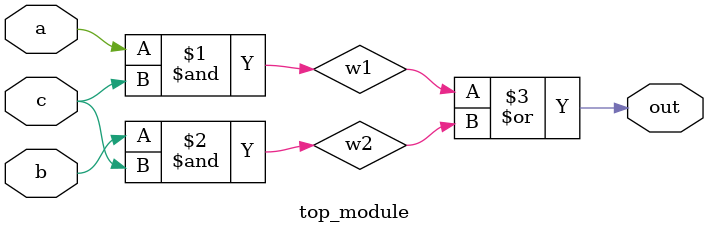
<source format=sv>
module top_module(
  input a,
  input b,
  input c,
  output out
);
  
  wire w1, w2;
  
  and gate1(w1, a, c);
  and gate2(w2, b, c);
  
  or gate3(out, w1, w2);
    
endmodule

</source>
